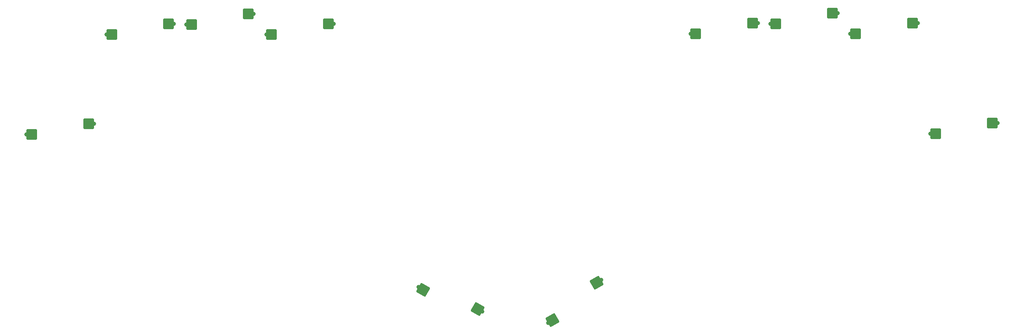
<source format=gbr>
%TF.GenerationSoftware,KiCad,Pcbnew,7.0.2*%
%TF.CreationDate,2023-10-11T00:11:02+09:00*%
%TF.ProjectId,_______,4b80adfc-dcfc-4c92-9e6b-696361645f70,rev?*%
%TF.SameCoordinates,Original*%
%TF.FileFunction,Paste,Bot*%
%TF.FilePolarity,Positive*%
%FSLAX46Y46*%
G04 Gerber Fmt 4.6, Leading zero omitted, Abs format (unit mm)*
G04 Created by KiCad (PCBNEW 7.0.2) date 2023-10-11 00:11:02*
%MOMM*%
%LPD*%
G01*
G04 APERTURE LIST*
G04 Aperture macros list*
%AMRoundRect*
0 Rectangle with rounded corners*
0 $1 Rounding radius*
0 $2 $3 $4 $5 $6 $7 $8 $9 X,Y pos of 4 corners*
0 Add a 4 corners polygon primitive as box body*
4,1,4,$2,$3,$4,$5,$6,$7,$8,$9,$2,$3,0*
0 Add four circle primitives for the rounded corners*
1,1,$1+$1,$2,$3*
1,1,$1+$1,$4,$5*
1,1,$1+$1,$6,$7*
1,1,$1+$1,$8,$9*
0 Add four rect primitives between the rounded corners*
20,1,$1+$1,$2,$3,$4,$5,0*
20,1,$1+$1,$4,$5,$6,$7,0*
20,1,$1+$1,$6,$7,$8,$9,0*
20,1,$1+$1,$8,$9,$2,$3,0*%
G04 Aperture macros list end*
%ADD10C,1.000000*%
%ADD11RoundRect,0.250000X1.025000X1.000000X-1.025000X1.000000X-1.025000X-1.000000X1.025000X-1.000000X0*%
%ADD12RoundRect,0.250000X-1.025000X-1.000000X1.025000X-1.000000X1.025000X1.000000X-1.025000X1.000000X0*%
%ADD13RoundRect,0.250000X1.387676X0.353525X-0.387676X1.378525X-1.387676X-0.353525X0.387676X-1.378525X0*%
%ADD14RoundRect,0.250000X-1.387676X-0.353525X0.387676X-1.378525X1.387676X0.353525X-0.387676X1.378525X0*%
%ADD15RoundRect,0.250000X0.387676X1.378525X-1.387676X0.353525X-0.387676X-1.378525X1.387676X-0.353525X0*%
%ADD16RoundRect,0.250000X-0.387676X-1.378525X1.387676X-0.353525X0.387676X1.378525X-1.387676X0.353525X0*%
G04 APERTURE END LIST*
D10*
%TO.C,SW8*%
X220015000Y-75085000D03*
D11*
X221265000Y-75085000D03*
D12*
X234765000Y-72545000D03*
D10*
X236040000Y-72545000D03*
%TD*%
%TO.C,SW9*%
X239015000Y-77460000D03*
D11*
X240265000Y-77460000D03*
D12*
X253765000Y-74920000D03*
D10*
X255040000Y-74920000D03*
%TD*%
%TO.C,SW2*%
X62178000Y-77606000D03*
D11*
X63428000Y-77606000D03*
D12*
X76928000Y-75066000D03*
D10*
X78203000Y-75066000D03*
%TD*%
%TO.C,SW3*%
X81178000Y-75231000D03*
D11*
X82428000Y-75231000D03*
D12*
X95928000Y-72691000D03*
D10*
X97203000Y-72691000D03*
%TD*%
%TO.C,SW7*%
X201015000Y-77460000D03*
D11*
X202265000Y-77460000D03*
D12*
X215765000Y-74920000D03*
D10*
X217040000Y-74920000D03*
%TD*%
%TO.C,SW1*%
X43178000Y-101356000D03*
D11*
X44428000Y-101356000D03*
D12*
X57928000Y-98816000D03*
D10*
X59203000Y-98816000D03*
%TD*%
%TO.C,SW5*%
X136354871Y-137753795D03*
D13*
X137437402Y-138378795D03*
D14*
X150398745Y-142929091D03*
D10*
X151502928Y-143566591D03*
%TD*%
%TO.C,SW6*%
X167151871Y-146242795D03*
D15*
X168234402Y-145617795D03*
D16*
X178655745Y-136668091D03*
D10*
X179759928Y-136030591D03*
%TD*%
%TO.C,SW10*%
X258015000Y-101210000D03*
D11*
X259265000Y-101210000D03*
D12*
X272765000Y-98670000D03*
D10*
X274040000Y-98670000D03*
%TD*%
%TO.C,SW4*%
X100178000Y-77606000D03*
D11*
X101428000Y-77606000D03*
D12*
X114928000Y-75066000D03*
D10*
X116203000Y-75066000D03*
%TD*%
M02*

</source>
